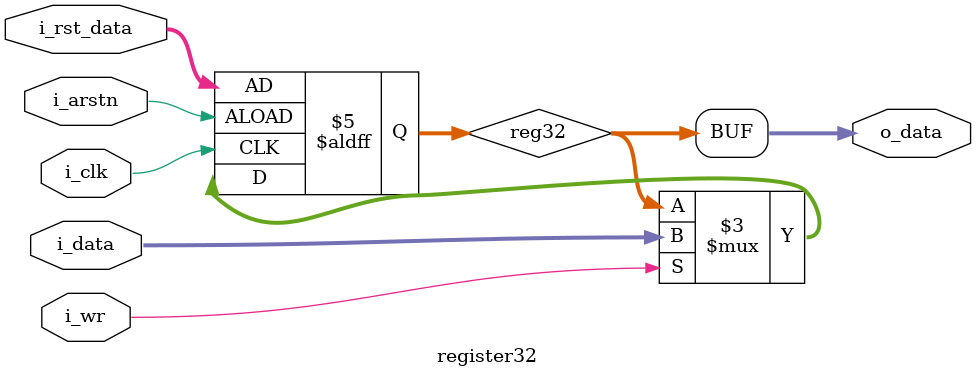
<source format=sv>
`default_nettype none

module register32 (
    input  wire       i_clk,
    input  wire       i_arstn,
    input  wire logic [31:0] i_rst_data,
    input  wire       i_wr,
    input  wire logic [31:0] i_data,
    output wire logic [31:0] o_data
);

  logic [31:0] reg32;

  always_ff @(posedge i_clk or negedge i_arstn) begin
    if (!i_arstn) begin
      reg32 <= i_rst_data;
    end else if (i_wr) begin
      reg32 <= i_data;
    end
  end

  assign o_data = reg32;

endmodule

`ifdef QUARTUS_ENV
    `default_nettype wire
`endif
</source>
